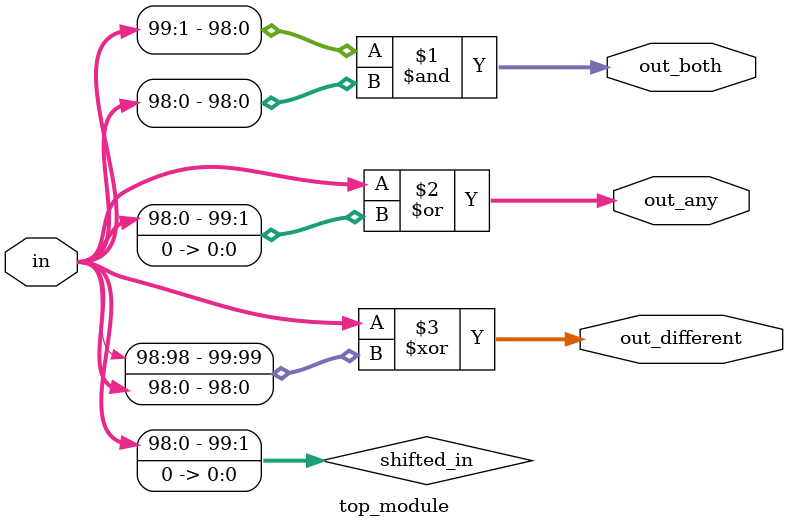
<source format=sv>
module top_module (
    input [99:0] in,
    output [98:0] out_both,
    output [99:0] out_any,
    output [99:0] out_different
);

    wire [99:0] shifted_in = {in[98:0], 1'b0};

    assign out_both = in[99:1] & in[98:0];
    assign out_any = in | shifted_in;
    assign out_different = in ^ {shifted_in[99], shifted_in[99:1]};

endmodule

</source>
